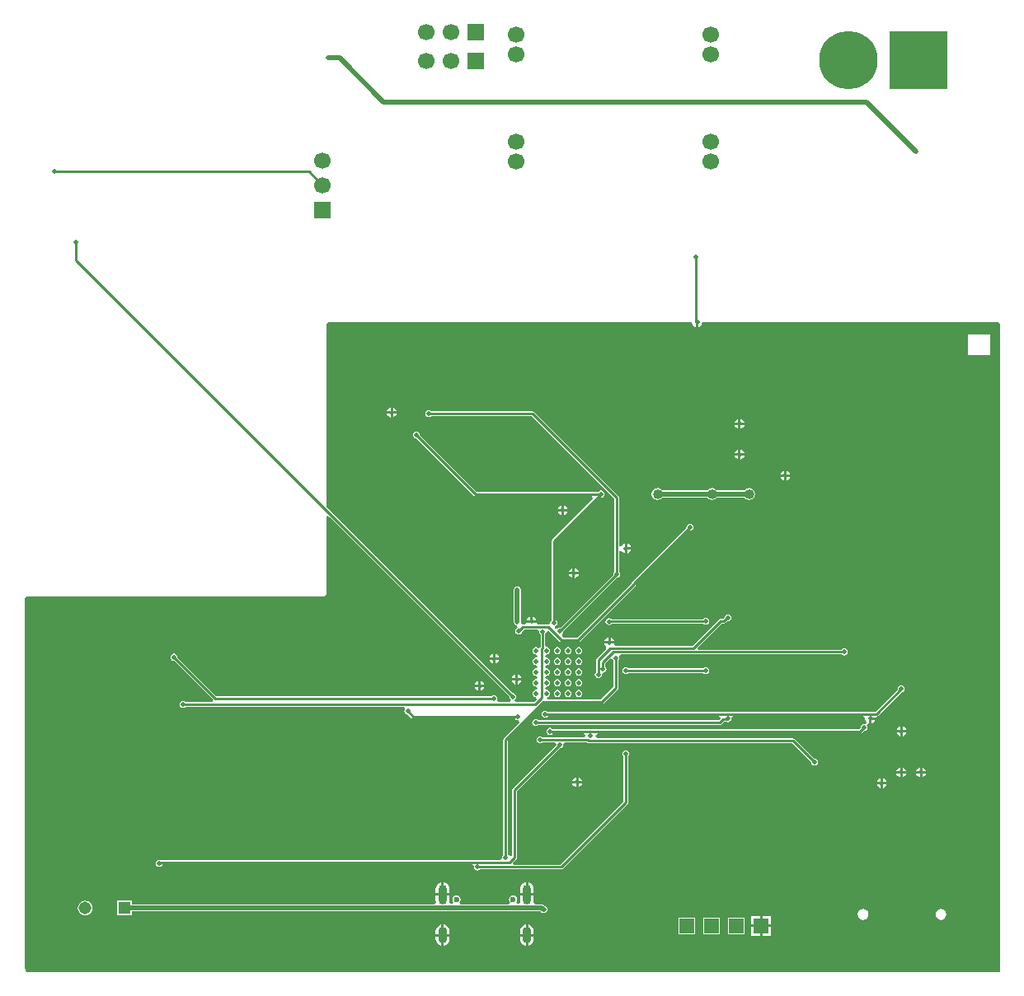
<source format=gbl>
G04*
G04 #@! TF.GenerationSoftware,Altium Limited,Altium Designer,25.0.2 (28)*
G04*
G04 Layer_Physical_Order=2*
G04 Layer_Color=16711680*
%FSLAX44Y44*%
%MOMM*%
G71*
G04*
G04 #@! TF.SameCoordinates,E8353DEC-B648-43D7-BF79-564EE0BAD765*
G04*
G04*
G04 #@! TF.FilePolarity,Positive*
G04*
G01*
G75*
%ADD14C,0.2540*%
%ADD105C,0.5080*%
%ADD110C,1.7000*%
%ADD111R,1.3080X1.3080*%
%ADD112C,1.3080*%
%ADD113R,1.5240X1.5240*%
%ADD114O,0.9000X1.7000*%
%ADD115O,0.9000X2.0000*%
%ADD116C,0.6000*%
%ADD117R,6.0000X6.0000*%
%ADD118C,6.0000*%
%ADD119R,1.7000X1.7000*%
%ADD120R,1.7000X1.7000*%
%ADD121C,0.5080*%
%ADD122C,1.0160*%
%ADD123C,0.5000*%
G36*
X1504400Y935801D02*
X1504758Y935443D01*
X1504953Y934977D01*
X1504954Y934724D01*
X1505207Y934723D01*
X1505674Y934528D01*
X1506031Y934170D01*
X1506224Y933703D01*
Y933450D01*
Y269240D01*
Y268987D01*
X1506030Y268518D01*
X1505672Y268160D01*
X1505203Y267966D01*
X507338D01*
X505361Y270256D01*
X505362Y270510D01*
X505362Y270510D01*
X504336Y272286D01*
X504210Y273154D01*
X504186Y273483D01*
Y273918D01*
Y652351D01*
X504757Y652785D01*
X506734Y654054D01*
Y654054D01*
X506734Y654054D01*
X812272D01*
X814022Y655804D01*
Y736383D01*
X816369Y737355D01*
X1002269Y551455D01*
X1002214Y551180D01*
X1002490Y549793D01*
X1003276Y548616D01*
X1003934Y548177D01*
X1003452Y545637D01*
X991098D01*
X989668Y547956D01*
X989664Y548177D01*
X989908Y549402D01*
X989632Y550789D01*
X988846Y551966D01*
X987670Y552752D01*
X986282Y553028D01*
X984894Y552752D01*
X983718Y551966D01*
X983563Y551733D01*
X701243D01*
X661431Y591545D01*
X661486Y591820D01*
X661210Y593208D01*
X660424Y594384D01*
X659248Y595170D01*
X657860Y595446D01*
X656472Y595170D01*
X655296Y594384D01*
X654510Y593208D01*
X654234Y591820D01*
X654510Y590433D01*
X655296Y589256D01*
X656472Y588470D01*
X657860Y588194D01*
X658135Y588249D01*
X698207Y548177D01*
X697820Y546532D01*
X697226Y545637D01*
X669771D01*
X669615Y545870D01*
X668439Y546656D01*
X667052Y546932D01*
X665664Y546656D01*
X664488Y545870D01*
X663702Y544693D01*
X663426Y543306D01*
X663702Y541918D01*
X664488Y540742D01*
X665664Y539956D01*
X667052Y539680D01*
X668439Y539956D01*
X669615Y540742D01*
X669771Y540975D01*
X894073D01*
X894743Y539790D01*
X895111Y538435D01*
X894540Y537581D01*
X894264Y536194D01*
X894540Y534807D01*
X895326Y533630D01*
X896503Y532844D01*
X897890Y532568D01*
X898165Y532623D01*
X901576Y529212D01*
X902332Y528707D01*
X903224Y528529D01*
X1008201D01*
X1008356Y528296D01*
X1009532Y527510D01*
X1010920Y527234D01*
X1011429Y527336D01*
X1012681Y524995D01*
X996572Y508886D01*
X996067Y508130D01*
X995889Y507238D01*
Y388545D01*
X995656Y388390D01*
X994870Y387214D01*
X994594Y385826D01*
X992788Y383331D01*
X644577D01*
X643685Y383153D01*
X643674Y383146D01*
X642620Y383356D01*
X641233Y383080D01*
X640056Y382294D01*
X639270Y381118D01*
X638994Y379730D01*
X639270Y378343D01*
X640056Y377166D01*
X641233Y376380D01*
X642620Y376104D01*
X644007Y376380D01*
X645184Y377166D01*
X645970Y378343D01*
X646035Y378669D01*
X964008D01*
X965814Y376174D01*
X966090Y374786D01*
X966876Y373610D01*
X968052Y372824D01*
X969440Y372548D01*
X970827Y372824D01*
X972003Y373610D01*
X972159Y373843D01*
X1055624D01*
X1056516Y374021D01*
X1057272Y374526D01*
X1123566Y440820D01*
X1124071Y441576D01*
X1124249Y442468D01*
Y490168D01*
X1124482Y490323D01*
X1125268Y491499D01*
X1125544Y492887D01*
X1125268Y494274D01*
X1124482Y495451D01*
X1123306Y496237D01*
X1121918Y496513D01*
X1120530Y496237D01*
X1119354Y495451D01*
X1118568Y494274D01*
X1118292Y492887D01*
X1118568Y491499D01*
X1119354Y490323D01*
X1119587Y490168D01*
Y443433D01*
X1054659Y378505D01*
X1006898D01*
X1005846Y381045D01*
X1009092Y384291D01*
X1009597Y385047D01*
X1009774Y385939D01*
Y454203D01*
X1053825Y498253D01*
X1054100Y498199D01*
X1055488Y498475D01*
X1056664Y499260D01*
X1057450Y500437D01*
X1057726Y501824D01*
X1057712Y501893D01*
X1059364Y504299D01*
X1059600Y504433D01*
X1081709D01*
X1081822Y504320D01*
X1082578Y503815D01*
X1083470Y503637D01*
X1292704D01*
X1312149Y484193D01*
X1312094Y483918D01*
X1312370Y482530D01*
X1313156Y481354D01*
X1314332Y480568D01*
X1315720Y480292D01*
X1317108Y480568D01*
X1318284Y481354D01*
X1319070Y482530D01*
X1319346Y483918D01*
X1319070Y485305D01*
X1318284Y486482D01*
X1317108Y487267D01*
X1315720Y487543D01*
X1315445Y487489D01*
X1295318Y507616D01*
X1294562Y508121D01*
X1293670Y508299D01*
X1092734D01*
X1090648Y510794D01*
X1092734Y513289D01*
X1362306D01*
X1363198Y513467D01*
X1363954Y513972D01*
X1366095Y516113D01*
X1366370Y516058D01*
X1367758Y516334D01*
X1368934Y517120D01*
X1369720Y518297D01*
X1369996Y519684D01*
X1369720Y521072D01*
X1369237Y521794D01*
X1370847Y523791D01*
X1370888Y523789D01*
X1371312Y523704D01*
X1371600Y523647D01*
Y528574D01*
X1372870D01*
Y529844D01*
X1378516D01*
X1378924Y530954D01*
X1379858Y531247D01*
X1380614Y531752D01*
X1404345Y555483D01*
X1404620Y555428D01*
X1406008Y555704D01*
X1407184Y556490D01*
X1407970Y557667D01*
X1408246Y559054D01*
X1407970Y560442D01*
X1407184Y561618D01*
X1406008Y562404D01*
X1404620Y562680D01*
X1403233Y562404D01*
X1402056Y561618D01*
X1401270Y560442D01*
X1400994Y559054D01*
X1401049Y558779D01*
X1378001Y535731D01*
X1041739D01*
X1041584Y535964D01*
X1040407Y536750D01*
X1039020Y537026D01*
X1037633Y536750D01*
X1036456Y535964D01*
X1035670Y534787D01*
X1035394Y533400D01*
X1035670Y532012D01*
X1036456Y530836D01*
X1037633Y530050D01*
X1039020Y529774D01*
X1040407Y530050D01*
X1041584Y530836D01*
X1041739Y531069D01*
X1217676D01*
X1218728Y528529D01*
X1217039Y526841D01*
X1031913D01*
X1031758Y527074D01*
X1030581Y527860D01*
X1029194Y528136D01*
X1027806Y527860D01*
X1026630Y527074D01*
X1025844Y525897D01*
X1025568Y524510D01*
X1025844Y523122D01*
X1026630Y521946D01*
X1027806Y521160D01*
X1029194Y520884D01*
X1030581Y521160D01*
X1031758Y521946D01*
X1031913Y522179D01*
X1218005D01*
X1218897Y522357D01*
X1219653Y522862D01*
X1222548Y525757D01*
X1224381D01*
X1225179Y525224D01*
X1226566Y524948D01*
X1227953Y525224D01*
X1229130Y526010D01*
X1229916Y527187D01*
X1230192Y528574D01*
X1231998Y531069D01*
X1365605D01*
X1367690Y528574D01*
X1368085Y526592D01*
X1369207Y524911D01*
X1367758Y523034D01*
X1366370Y523310D01*
X1364983Y523034D01*
X1363806Y522248D01*
X1363020Y521072D01*
X1362744Y519684D01*
X1360951Y517951D01*
X1046659D01*
X1046504Y518184D01*
X1045328Y518970D01*
X1043940Y519246D01*
X1042552Y518970D01*
X1041376Y518184D01*
X1040590Y517007D01*
X1040314Y515620D01*
X1040590Y514232D01*
X1041376Y513056D01*
X1042552Y512270D01*
X1043940Y511994D01*
X1045328Y512270D01*
X1046504Y513056D01*
X1046659Y513289D01*
X1078204D01*
X1079954Y511195D01*
X1078476Y509094D01*
X1036739D01*
X1036583Y509327D01*
X1035407Y510113D01*
X1034020Y510389D01*
X1032632Y510113D01*
X1031456Y509327D01*
X1030670Y508151D01*
X1030394Y506763D01*
X1030670Y505376D01*
X1031456Y504200D01*
X1032632Y503414D01*
X1034020Y503138D01*
X1035407Y503414D01*
X1036583Y504200D01*
X1036739Y504433D01*
X1048600D01*
X1048836Y504299D01*
X1050488Y501893D01*
X1050474Y501824D01*
X1050529Y501549D01*
X1005796Y456816D01*
X1005290Y456060D01*
X1005113Y455168D01*
Y388482D01*
X1004066Y387682D01*
X1003655Y387605D01*
X1000897Y388220D01*
X1000784Y388390D01*
X1000551Y388545D01*
Y506273D01*
X1038047Y543769D01*
X1097280D01*
X1098172Y543947D01*
X1098928Y544452D01*
X1113406Y558930D01*
X1113911Y559686D01*
X1114089Y560578D01*
Y588355D01*
X1114322Y588511D01*
X1115108Y589687D01*
X1115384Y591074D01*
X1115143Y592283D01*
X1115155Y592538D01*
X1116585Y594823D01*
X1343481D01*
X1343636Y594590D01*
X1344812Y593804D01*
X1346200Y593528D01*
X1347587Y593804D01*
X1348764Y594590D01*
X1349550Y595766D01*
X1349826Y597154D01*
X1349550Y598541D01*
X1348764Y599718D01*
X1347587Y600504D01*
X1346200Y600780D01*
X1344812Y600504D01*
X1343636Y599718D01*
X1343481Y599485D01*
X1196396D01*
X1195424Y601831D01*
X1220238Y626646D01*
X1222395D01*
X1223287Y626824D01*
X1224044Y627329D01*
X1225718Y629003D01*
X1226566Y628834D01*
X1227953Y629110D01*
X1229130Y629896D01*
X1229916Y631073D01*
X1230192Y632460D01*
X1229916Y633848D01*
X1229130Y635024D01*
X1227953Y635810D01*
X1226566Y636086D01*
X1225179Y635810D01*
X1224002Y635024D01*
X1223216Y633848D01*
X1223029Y632907D01*
X1221430Y631308D01*
X1219273D01*
X1218381Y631130D01*
X1217625Y630625D01*
X1190041Y603041D01*
X1111379D01*
X1110725Y603828D01*
X1109785Y605581D01*
X1109827Y605790D01*
X1099973D01*
X1100115Y605078D01*
X1101237Y603397D01*
X1101555Y600153D01*
X1091822Y590420D01*
X1091317Y589664D01*
X1091139Y588772D01*
Y576839D01*
X1090906Y576684D01*
X1090120Y575507D01*
X1089844Y574120D01*
X1090120Y572732D01*
X1090906Y571556D01*
X1092083Y570770D01*
X1093470Y570494D01*
X1094857Y570770D01*
X1096034Y571556D01*
X1096820Y572732D01*
X1097096Y574120D01*
X1098296Y575748D01*
X1099684Y576024D01*
X1100860Y576810D01*
X1101646Y577986D01*
X1101922Y579374D01*
X1101646Y580761D01*
X1100860Y581938D01*
X1100627Y582093D01*
Y585267D01*
X1105691Y590330D01*
X1108341Y589703D01*
X1108501Y589548D01*
X1109194Y588511D01*
X1109427Y588355D01*
Y561543D01*
X1096315Y548431D01*
X1041913D01*
X1040675Y549907D01*
X1041315Y551193D01*
X1041892Y551308D01*
X1043055Y552085D01*
X1043832Y553248D01*
X1044105Y554620D01*
X1043832Y555992D01*
X1043055Y557155D01*
X1041892Y557932D01*
X1040520Y558204D01*
X1038895Y560120D01*
X1040520Y562035D01*
X1041892Y562308D01*
X1043055Y563085D01*
X1043832Y564248D01*
X1044105Y565620D01*
X1043832Y566992D01*
X1043055Y568155D01*
X1041892Y568932D01*
X1040520Y569205D01*
X1038897Y571120D01*
X1040520Y573035D01*
X1041892Y573308D01*
X1043055Y574085D01*
X1043832Y575248D01*
X1044105Y576620D01*
X1043832Y577991D01*
X1043055Y579155D01*
X1041892Y579932D01*
X1040520Y580205D01*
X1038895Y582120D01*
X1040520Y584035D01*
X1041892Y584308D01*
X1043055Y585085D01*
X1043832Y586248D01*
X1044105Y587620D01*
X1043832Y588992D01*
X1043055Y590155D01*
X1041892Y590932D01*
X1040520Y591205D01*
X1038897Y593120D01*
X1040520Y595035D01*
X1041892Y595308D01*
X1043055Y596085D01*
X1043832Y597248D01*
X1044105Y598620D01*
X1043832Y599991D01*
X1043055Y601155D01*
X1041892Y601932D01*
X1040520Y602205D01*
X1038838Y604460D01*
Y615263D01*
X1039071Y615418D01*
X1039857Y616595D01*
X1040133Y617982D01*
X1042482Y619191D01*
X1053722Y607952D01*
X1054478Y607447D01*
X1055370Y607269D01*
X1072896D01*
X1073788Y607447D01*
X1074544Y607952D01*
X1131578Y664986D01*
X1132083Y665742D01*
X1132261Y666634D01*
Y666685D01*
X1187175Y721599D01*
X1187450Y721544D01*
X1188838Y721820D01*
X1190014Y722606D01*
X1190800Y723783D01*
X1191076Y725170D01*
X1190800Y726557D01*
X1190014Y727734D01*
X1188838Y728520D01*
X1187450Y728796D01*
X1186062Y728520D01*
X1184886Y727734D01*
X1184100Y726557D01*
X1183824Y725170D01*
X1183879Y724895D01*
X1128282Y669298D01*
X1127777Y668542D01*
X1127599Y667650D01*
Y667599D01*
X1071931Y611931D01*
X1057294D01*
X1056248Y613409D01*
X1056584Y616101D01*
X1057370Y617277D01*
X1057646Y618664D01*
X1057633Y618727D01*
X1112245Y673339D01*
X1112520Y673284D01*
X1113907Y673560D01*
X1115084Y674346D01*
X1115870Y675523D01*
X1116146Y676910D01*
X1115870Y678298D01*
X1115084Y679474D01*
X1114851Y679629D01*
Y700789D01*
X1115729Y701100D01*
X1117391Y701212D01*
X1118255Y699918D01*
X1119936Y698795D01*
X1120648Y698653D01*
Y703580D01*
Y708507D01*
X1119936Y708365D01*
X1118255Y707243D01*
X1117391Y705948D01*
X1115729Y706060D01*
X1114851Y706371D01*
Y755904D01*
X1114673Y756796D01*
X1114168Y757552D01*
X1028062Y843658D01*
X1027306Y844163D01*
X1026414Y844341D01*
X922199D01*
X922044Y844574D01*
X920867Y845360D01*
X919480Y845636D01*
X918092Y845360D01*
X916916Y844574D01*
X916130Y843398D01*
X915854Y842010D01*
X916130Y840622D01*
X916916Y839446D01*
X918092Y838660D01*
X919480Y838384D01*
X920867Y838660D01*
X922044Y839446D01*
X922199Y839679D01*
X1025449D01*
X1110189Y754939D01*
Y679629D01*
X1109956Y679474D01*
X1109170Y678298D01*
X1108894Y676910D01*
X1108949Y676635D01*
X1054507Y622193D01*
X1054020Y622290D01*
X1052633Y622014D01*
X1051457Y621228D01*
X1048791Y621023D01*
X1048658Y621129D01*
X1048977Y623438D01*
X1049137Y623776D01*
X1050314Y624562D01*
X1051100Y625738D01*
X1051376Y627126D01*
X1051100Y628513D01*
X1050314Y629690D01*
X1050081Y629845D01*
Y709981D01*
X1095989Y755889D01*
X1096264Y755834D01*
X1097652Y756110D01*
X1098828Y756896D01*
X1099614Y758073D01*
X1099890Y759460D01*
X1099614Y760847D01*
X1098828Y762024D01*
X1097652Y762810D01*
X1096264Y763086D01*
X1094876Y762810D01*
X1093700Y762024D01*
X1093545Y761791D01*
X968452D01*
X910097Y820145D01*
X910152Y820420D01*
X909876Y821807D01*
X909090Y822984D01*
X907914Y823770D01*
X906526Y824046D01*
X905138Y823770D01*
X903962Y822984D01*
X903176Y821807D01*
X902900Y820420D01*
X903176Y819033D01*
X903962Y817856D01*
X905138Y817070D01*
X906526Y816794D01*
X906801Y816849D01*
X965838Y757812D01*
X966594Y757307D01*
X967486Y757129D01*
X1087318D01*
X1088290Y754783D01*
X1046102Y712594D01*
X1045597Y711838D01*
X1045419Y710946D01*
Y629845D01*
X1045186Y629690D01*
X1044400Y628513D01*
X1044124Y627126D01*
X1044049Y626973D01*
X1042268Y625242D01*
X1041979Y625139D01*
X1031476D01*
X1030064Y627380D01*
X1019715D01*
X1018304Y625139D01*
X1016000D01*
X1015690Y625077D01*
X1014422Y626158D01*
X1014299Y626297D01*
X1013815Y627097D01*
X1014020Y628124D01*
Y661144D01*
X1013744Y662531D01*
X1012958Y663708D01*
X1011781Y664494D01*
X1010394Y664770D01*
X1009007Y664494D01*
X1007830Y663708D01*
X1007044Y662531D01*
X1006768Y661144D01*
Y628124D01*
X1007044Y626736D01*
X1007830Y625560D01*
X1009007Y624774D01*
X1010394Y624498D01*
X1010548Y622094D01*
X1009372Y621308D01*
X1008586Y620131D01*
X1008310Y618744D01*
X1008586Y617356D01*
X1009372Y616180D01*
X1010548Y615394D01*
X1011936Y615118D01*
X1013324Y615394D01*
X1014500Y616180D01*
X1015286Y617356D01*
X1015562Y618744D01*
X1017355Y620477D01*
X1031076D01*
X1032882Y617982D01*
X1033158Y616595D01*
X1033944Y615418D01*
X1034177Y615263D01*
Y602551D01*
X1033510Y601968D01*
X1032168Y601218D01*
X1030892Y601932D01*
X1029520Y602205D01*
X1028148Y601932D01*
X1026985Y601155D01*
X1026208Y599991D01*
X1025935Y598620D01*
X1026208Y597248D01*
X1026985Y596085D01*
X1028148Y595308D01*
X1029520Y595035D01*
X1031368Y593138D01*
Y593102D01*
X1029520Y591205D01*
X1028148Y590932D01*
X1026985Y590155D01*
X1026208Y588992D01*
X1025935Y587620D01*
X1026208Y586248D01*
X1026985Y585085D01*
X1028148Y584308D01*
X1029520Y584035D01*
X1031368Y582138D01*
Y582101D01*
X1029520Y580205D01*
X1028148Y579932D01*
X1026985Y579155D01*
X1026208Y577991D01*
X1025935Y576620D01*
X1026208Y575248D01*
X1026985Y574085D01*
X1028148Y573308D01*
X1029520Y573035D01*
X1031368Y571138D01*
Y571102D01*
X1029520Y569205D01*
X1028148Y568932D01*
X1026985Y568155D01*
X1026208Y566992D01*
X1025935Y565620D01*
X1026208Y564248D01*
X1026985Y563085D01*
X1028148Y562308D01*
X1029520Y562035D01*
X1031368Y560138D01*
Y560101D01*
X1029520Y558204D01*
X1028148Y557932D01*
X1026985Y557155D01*
X1026208Y555992D01*
X1025935Y554620D01*
X1026208Y553248D01*
X1026985Y552085D01*
X1028148Y551308D01*
X1029429Y551053D01*
X1029699Y550655D01*
X1030635Y548667D01*
X1027605Y545637D01*
X1008228D01*
X1007746Y548177D01*
X1008404Y548616D01*
X1009190Y549793D01*
X1009466Y551180D01*
X1009190Y552567D01*
X1008404Y553744D01*
X1007227Y554530D01*
X1005840Y554806D01*
X1005565Y554751D01*
X814022Y746294D01*
Y925151D01*
X814066Y925483D01*
Y934291D01*
X814637Y934725D01*
X816614Y935994D01*
Y935994D01*
X816614Y935994D01*
X1189887D01*
X1189891Y935990D01*
X1190285Y934008D01*
X1191407Y932327D01*
X1193088Y931205D01*
X1193800Y931063D01*
Y935990D01*
X1196340D01*
Y931063D01*
X1197052Y931205D01*
X1198733Y932327D01*
X1199855Y934008D01*
X1200249Y935990D01*
X1200253Y935994D01*
X1503933D01*
X1504400Y935801D01*
D02*
G37*
%LPC*%
G36*
X1495122Y923730D02*
X1474122D01*
X1473344Y923408D01*
X1473022Y922630D01*
Y903630D01*
X1473344Y902852D01*
X1474122Y902530D01*
X1495122D01*
X1495900Y902852D01*
X1496222Y903630D01*
Y922630D01*
X1495900Y923408D01*
X1495122Y923730D01*
D02*
G37*
G36*
X882650Y848207D02*
Y844550D01*
X886307D01*
X886165Y845262D01*
X885042Y846943D01*
X883362Y848065D01*
X882650Y848207D01*
D02*
G37*
G36*
X880110D02*
X879398Y848065D01*
X877718Y846943D01*
X876595Y845262D01*
X876453Y844550D01*
X880110D01*
Y848207D01*
D02*
G37*
G36*
X886307Y842010D02*
X882650D01*
Y838353D01*
X883362Y838495D01*
X885042Y839617D01*
X886165Y841298D01*
X886307Y842010D01*
D02*
G37*
G36*
X880110D02*
X876453D01*
X876595Y841298D01*
X877718Y839617D01*
X879398Y838495D01*
X880110Y838353D01*
Y842010D01*
D02*
G37*
G36*
X1239774Y836777D02*
Y833120D01*
X1243431D01*
X1243289Y833832D01*
X1242167Y835512D01*
X1240486Y836635D01*
X1239774Y836777D01*
D02*
G37*
G36*
X1237234D02*
X1236522Y836635D01*
X1234842Y835512D01*
X1233719Y833832D01*
X1233577Y833120D01*
X1237234D01*
Y836777D01*
D02*
G37*
G36*
X1243431Y830580D02*
X1239774D01*
Y826923D01*
X1240486Y827065D01*
X1242167Y828187D01*
X1243289Y829868D01*
X1243431Y830580D01*
D02*
G37*
G36*
X1237234D02*
X1233577D01*
X1233719Y829868D01*
X1234842Y828187D01*
X1236522Y827065D01*
X1237234Y826923D01*
Y830580D01*
D02*
G37*
G36*
X1239774Y805027D02*
Y801370D01*
X1243431D01*
X1243289Y802082D01*
X1242167Y803763D01*
X1240486Y804885D01*
X1239774Y805027D01*
D02*
G37*
G36*
X1237234D02*
X1236522Y804885D01*
X1234842Y803763D01*
X1233719Y802082D01*
X1233577Y801370D01*
X1237234D01*
Y805027D01*
D02*
G37*
G36*
X1243431Y798830D02*
X1239774D01*
Y795173D01*
X1240486Y795315D01*
X1242167Y796438D01*
X1243289Y798118D01*
X1243431Y798830D01*
D02*
G37*
G36*
X1237234D02*
X1233577D01*
X1233719Y798118D01*
X1234842Y796438D01*
X1236522Y795315D01*
X1237234Y795173D01*
Y798830D01*
D02*
G37*
G36*
X1286764Y783437D02*
Y779780D01*
X1290421D01*
X1290279Y780492D01*
X1289156Y782172D01*
X1287476Y783295D01*
X1286764Y783437D01*
D02*
G37*
G36*
X1284224D02*
X1283512Y783295D01*
X1281832Y782172D01*
X1280709Y780492D01*
X1280567Y779780D01*
X1284224D01*
Y783437D01*
D02*
G37*
G36*
X1290421Y777240D02*
X1286764D01*
Y773583D01*
X1287476Y773725D01*
X1289156Y774847D01*
X1290279Y776528D01*
X1290421Y777240D01*
D02*
G37*
G36*
X1284224D02*
X1280567D01*
X1280709Y776528D01*
X1281832Y774847D01*
X1283512Y773725D01*
X1284224Y773583D01*
Y777240D01*
D02*
G37*
G36*
X1248410Y765675D02*
X1246031Y765202D01*
X1244015Y763855D01*
X1243501Y763086D01*
X1215219D01*
X1214705Y763855D01*
X1212689Y765202D01*
X1210310Y765675D01*
X1207932Y765202D01*
X1205915Y763855D01*
X1205401Y763086D01*
X1159339D01*
X1158825Y763855D01*
X1156808Y765202D01*
X1154430Y765675D01*
X1152051Y765202D01*
X1150035Y763855D01*
X1148688Y761839D01*
X1148215Y759460D01*
X1148688Y757082D01*
X1150035Y755065D01*
X1152051Y753718D01*
X1154430Y753245D01*
X1156808Y753718D01*
X1158825Y755065D01*
X1159339Y755834D01*
X1205401D01*
X1205915Y755065D01*
X1207932Y753718D01*
X1210310Y753245D01*
X1212689Y753718D01*
X1214705Y755065D01*
X1215219Y755834D01*
X1243501D01*
X1244015Y755065D01*
X1246031Y753718D01*
X1248410Y753245D01*
X1250788Y753718D01*
X1252805Y755065D01*
X1254152Y757082D01*
X1254625Y759460D01*
X1254152Y761839D01*
X1252805Y763855D01*
X1250788Y765202D01*
X1248410Y765675D01*
D02*
G37*
G36*
X1058164Y747877D02*
Y744220D01*
X1061821D01*
X1061679Y744932D01*
X1060556Y746612D01*
X1058876Y747735D01*
X1058164Y747877D01*
D02*
G37*
G36*
X1055624D02*
X1054912Y747735D01*
X1053232Y746612D01*
X1052109Y744932D01*
X1051967Y744220D01*
X1055624D01*
Y747877D01*
D02*
G37*
G36*
X1061821Y741680D02*
X1058164D01*
Y738023D01*
X1058876Y738165D01*
X1060556Y739287D01*
X1061679Y740968D01*
X1061821Y741680D01*
D02*
G37*
G36*
X1055624D02*
X1051967D01*
X1052109Y740968D01*
X1053232Y739287D01*
X1054912Y738165D01*
X1055624Y738023D01*
Y741680D01*
D02*
G37*
G36*
X1123188Y708507D02*
Y704850D01*
X1126845D01*
X1126703Y705562D01*
X1125581Y707243D01*
X1123900Y708365D01*
X1123188Y708507D01*
D02*
G37*
G36*
X1126845Y702310D02*
X1123188D01*
Y698653D01*
X1123900Y698795D01*
X1125581Y699918D01*
X1126703Y701598D01*
X1126845Y702310D01*
D02*
G37*
G36*
X1069594Y683107D02*
Y679450D01*
X1073251D01*
X1073109Y680162D01*
X1071986Y681842D01*
X1070306Y682965D01*
X1069594Y683107D01*
D02*
G37*
G36*
X1067054D02*
X1066342Y682965D01*
X1064661Y681842D01*
X1063539Y680162D01*
X1063397Y679450D01*
X1067054D01*
Y683107D01*
D02*
G37*
G36*
X1073251Y676910D02*
X1069594D01*
Y673253D01*
X1070306Y673395D01*
X1071986Y674518D01*
X1073109Y676198D01*
X1073251Y676910D01*
D02*
G37*
G36*
X1067054D02*
X1063397D01*
X1063539Y676198D01*
X1064661Y674518D01*
X1066342Y673395D01*
X1067054Y673253D01*
Y676910D01*
D02*
G37*
G36*
X1203960Y632276D02*
X1202572Y632000D01*
X1201396Y631214D01*
X1201156Y630854D01*
X1107062D01*
X1106991Y630960D01*
X1105815Y631746D01*
X1104427Y632022D01*
X1103040Y631746D01*
X1101863Y630960D01*
X1101077Y629784D01*
X1100801Y628396D01*
X1101077Y627009D01*
X1101863Y625832D01*
X1103040Y625046D01*
X1104427Y624770D01*
X1105815Y625046D01*
X1106991Y625832D01*
X1107231Y626192D01*
X1201325D01*
X1201396Y626086D01*
X1202572Y625300D01*
X1203960Y625024D01*
X1205348Y625300D01*
X1206524Y626086D01*
X1207310Y627262D01*
X1207586Y628650D01*
X1207310Y630037D01*
X1206524Y631214D01*
X1205348Y632000D01*
X1203960Y632276D01*
D02*
G37*
G36*
X1026160Y633577D02*
Y629920D01*
X1029817D01*
X1029675Y630632D01*
X1028552Y632313D01*
X1026872Y633435D01*
X1026160Y633577D01*
D02*
G37*
G36*
X1023620D02*
X1022908Y633435D01*
X1021227Y632313D01*
X1020105Y630632D01*
X1019963Y629920D01*
X1023620D01*
Y633577D01*
D02*
G37*
G36*
X1106170Y611987D02*
Y608330D01*
X1109827D01*
X1109685Y609042D01*
X1108562Y610723D01*
X1106882Y611845D01*
X1106170Y611987D01*
D02*
G37*
G36*
X1103630D02*
X1102918Y611845D01*
X1101237Y610723D01*
X1100115Y609042D01*
X1099973Y608330D01*
X1103630D01*
Y611987D01*
D02*
G37*
G36*
X1073520Y602205D02*
X1072148Y601932D01*
X1070985Y601155D01*
X1070208Y599991D01*
X1069935Y598620D01*
X1070208Y597248D01*
X1070985Y596085D01*
X1072148Y595308D01*
X1073520Y595035D01*
X1074892Y595308D01*
X1076055Y596085D01*
X1076832Y597248D01*
X1077105Y598620D01*
X1076832Y599991D01*
X1076055Y601155D01*
X1074892Y601932D01*
X1073520Y602205D01*
D02*
G37*
G36*
X1062520D02*
X1061148Y601932D01*
X1059985Y601155D01*
X1059208Y599991D01*
X1058935Y598620D01*
X1059208Y597248D01*
X1059985Y596085D01*
X1061148Y595308D01*
X1062520Y595035D01*
X1063892Y595308D01*
X1065055Y596085D01*
X1065832Y597248D01*
X1066105Y598620D01*
X1065832Y599991D01*
X1065055Y601155D01*
X1063892Y601932D01*
X1062520Y602205D01*
D02*
G37*
G36*
X1051520D02*
X1050148Y601932D01*
X1048985Y601155D01*
X1048208Y599991D01*
X1047935Y598620D01*
X1048208Y597248D01*
X1048985Y596085D01*
X1050148Y595308D01*
X1051520Y595035D01*
X1052892Y595308D01*
X1054055Y596085D01*
X1054832Y597248D01*
X1055105Y598620D01*
X1054832Y599991D01*
X1054055Y601155D01*
X1052892Y601932D01*
X1051520Y602205D01*
D02*
G37*
G36*
X987950Y595112D02*
Y591455D01*
X991606D01*
X991465Y592168D01*
X990342Y593848D01*
X988662Y594971D01*
X987950Y595112D01*
D02*
G37*
G36*
X985409D02*
X984697Y594971D01*
X983017Y593848D01*
X981894Y592168D01*
X981753Y591455D01*
X985409D01*
Y595112D01*
D02*
G37*
G36*
X991606Y588915D02*
X987950D01*
Y585259D01*
X988662Y585400D01*
X990342Y586523D01*
X991465Y588203D01*
X991606Y588915D01*
D02*
G37*
G36*
X985409D02*
X981753D01*
X981894Y588203D01*
X983017Y586523D01*
X984697Y585400D01*
X985409Y585259D01*
Y588915D01*
D02*
G37*
G36*
X1073520Y591205D02*
X1072148Y590932D01*
X1070985Y590155D01*
X1070208Y588992D01*
X1069935Y587620D01*
X1070208Y586248D01*
X1070985Y585085D01*
X1072148Y584308D01*
X1073520Y584035D01*
X1074892Y584308D01*
X1076055Y585085D01*
X1076832Y586248D01*
X1077105Y587620D01*
X1076832Y588992D01*
X1076055Y590155D01*
X1074892Y590932D01*
X1073520Y591205D01*
D02*
G37*
G36*
X1062520D02*
X1061148Y590932D01*
X1059985Y590155D01*
X1059208Y588992D01*
X1058935Y587620D01*
X1059208Y586248D01*
X1059985Y585085D01*
X1061148Y584308D01*
X1062520Y584035D01*
X1063892Y584308D01*
X1065055Y585085D01*
X1065832Y586248D01*
X1066105Y587620D01*
X1065832Y588992D01*
X1065055Y590155D01*
X1063892Y590932D01*
X1062520Y591205D01*
D02*
G37*
G36*
X1051520D02*
X1050148Y590932D01*
X1048985Y590155D01*
X1048208Y588992D01*
X1047935Y587620D01*
X1048208Y586248D01*
X1048985Y585085D01*
X1050148Y584308D01*
X1051520Y584035D01*
X1052892Y584308D01*
X1054055Y585085D01*
X1054832Y586248D01*
X1055105Y587620D01*
X1054832Y588992D01*
X1054055Y590155D01*
X1052892Y590932D01*
X1051520Y591205D01*
D02*
G37*
G36*
X1121918Y581730D02*
X1120530Y581454D01*
X1119354Y580668D01*
X1118568Y579492D01*
X1118292Y578104D01*
X1118568Y576716D01*
X1119354Y575540D01*
X1120530Y574754D01*
X1121918Y574478D01*
X1123306Y574754D01*
X1124482Y575540D01*
X1124553Y575646D01*
X1201156D01*
X1201396Y575286D01*
X1202572Y574500D01*
X1203960Y574224D01*
X1205348Y574500D01*
X1206524Y575286D01*
X1207310Y576463D01*
X1207586Y577850D01*
X1207310Y579238D01*
X1206524Y580414D01*
X1205348Y581200D01*
X1203960Y581476D01*
X1202572Y581200D01*
X1201396Y580414D01*
X1201325Y580308D01*
X1124722D01*
X1124482Y580668D01*
X1123306Y581454D01*
X1121918Y581730D01*
D02*
G37*
G36*
X1073520Y580205D02*
X1072148Y579932D01*
X1070985Y579155D01*
X1070208Y577991D01*
X1069935Y576620D01*
X1070208Y575248D01*
X1070985Y574085D01*
X1072148Y573308D01*
X1073520Y573035D01*
X1074892Y573308D01*
X1076055Y574085D01*
X1076832Y575248D01*
X1077105Y576620D01*
X1076832Y577991D01*
X1076055Y579155D01*
X1074892Y579932D01*
X1073520Y580205D01*
D02*
G37*
G36*
X1062520D02*
X1061148Y579932D01*
X1059985Y579155D01*
X1059208Y577991D01*
X1058935Y576620D01*
X1059208Y575248D01*
X1059985Y574085D01*
X1061148Y573308D01*
X1062520Y573035D01*
X1063892Y573308D01*
X1065055Y574085D01*
X1065832Y575248D01*
X1066105Y576620D01*
X1065832Y577991D01*
X1065055Y579155D01*
X1063892Y579932D01*
X1062520Y580205D01*
D02*
G37*
G36*
X1051520D02*
X1050148Y579932D01*
X1048985Y579155D01*
X1048208Y577991D01*
X1047935Y576620D01*
X1048208Y575248D01*
X1048985Y574085D01*
X1050148Y573308D01*
X1051520Y573035D01*
X1052892Y573308D01*
X1054055Y574085D01*
X1054832Y575248D01*
X1055105Y576620D01*
X1054832Y577991D01*
X1054055Y579155D01*
X1052892Y579932D01*
X1051520Y580205D01*
D02*
G37*
G36*
X1010920Y573887D02*
Y570230D01*
X1014577D01*
X1014435Y570942D01*
X1013313Y572622D01*
X1011632Y573745D01*
X1010920Y573887D01*
D02*
G37*
G36*
X1008380D02*
X1007668Y573745D01*
X1005987Y572622D01*
X1004865Y570942D01*
X1004723Y570230D01*
X1008380D01*
Y573887D01*
D02*
G37*
G36*
X1014577Y567690D02*
X1010920D01*
Y564033D01*
X1011632Y564175D01*
X1013313Y565298D01*
X1014435Y566978D01*
X1014577Y567690D01*
D02*
G37*
G36*
X1008380D02*
X1004723D01*
X1004865Y566978D01*
X1005987Y565298D01*
X1007668Y564175D01*
X1008380Y564033D01*
Y567690D01*
D02*
G37*
G36*
X972779Y567195D02*
Y563539D01*
X976436D01*
X976295Y564251D01*
X975172Y565931D01*
X973492Y567054D01*
X972779Y567195D01*
D02*
G37*
G36*
X970239D02*
X969527Y567054D01*
X967847Y565931D01*
X966724Y564251D01*
X966583Y563539D01*
X970239D01*
Y567195D01*
D02*
G37*
G36*
X1073520Y569205D02*
X1072148Y568932D01*
X1070985Y568155D01*
X1070208Y566992D01*
X1069935Y565620D01*
X1070208Y564248D01*
X1070985Y563085D01*
X1072148Y562308D01*
X1073520Y562035D01*
X1074892Y562308D01*
X1076055Y563085D01*
X1076832Y564248D01*
X1077105Y565620D01*
X1076832Y566992D01*
X1076055Y568155D01*
X1074892Y568932D01*
X1073520Y569205D01*
D02*
G37*
G36*
X1062520D02*
X1061148Y568932D01*
X1059985Y568155D01*
X1059208Y566992D01*
X1058935Y565620D01*
X1059208Y564248D01*
X1059985Y563085D01*
X1061148Y562308D01*
X1062520Y562035D01*
X1063892Y562308D01*
X1065055Y563085D01*
X1065832Y564248D01*
X1066105Y565620D01*
X1065832Y566992D01*
X1065055Y568155D01*
X1063892Y568932D01*
X1062520Y569205D01*
D02*
G37*
G36*
X1051520D02*
X1050148Y568932D01*
X1048985Y568155D01*
X1048208Y566992D01*
X1047935Y565620D01*
X1048208Y564248D01*
X1048985Y563085D01*
X1050148Y562308D01*
X1051520Y562035D01*
X1052892Y562308D01*
X1054055Y563085D01*
X1054832Y564248D01*
X1055105Y565620D01*
X1054832Y566992D01*
X1054055Y568155D01*
X1052892Y568932D01*
X1051520Y569205D01*
D02*
G37*
G36*
X976436Y560998D02*
X972779D01*
Y557342D01*
X973492Y557483D01*
X975172Y558606D01*
X976295Y560286D01*
X976436Y560998D01*
D02*
G37*
G36*
X970239D02*
X966583D01*
X966724Y560286D01*
X967847Y558606D01*
X969527Y557483D01*
X970239Y557342D01*
Y560998D01*
D02*
G37*
G36*
X1073520Y558204D02*
X1072148Y557932D01*
X1070985Y557155D01*
X1070208Y555992D01*
X1069935Y554620D01*
X1070208Y553248D01*
X1070985Y552085D01*
X1072148Y551308D01*
X1073520Y551035D01*
X1074892Y551308D01*
X1076055Y552085D01*
X1076832Y553248D01*
X1077105Y554620D01*
X1076832Y555992D01*
X1076055Y557155D01*
X1074892Y557932D01*
X1073520Y558204D01*
D02*
G37*
G36*
X1062520D02*
X1061148Y557932D01*
X1059985Y557155D01*
X1059208Y555992D01*
X1058935Y554620D01*
X1059208Y553248D01*
X1059985Y552085D01*
X1061148Y551308D01*
X1062520Y551035D01*
X1063892Y551308D01*
X1065055Y552085D01*
X1065832Y553248D01*
X1066105Y554620D01*
X1065832Y555992D01*
X1065055Y557155D01*
X1063892Y557932D01*
X1062520Y558204D01*
D02*
G37*
G36*
X1051520D02*
X1050148Y557932D01*
X1048985Y557155D01*
X1048208Y555992D01*
X1047935Y554620D01*
X1048208Y553248D01*
X1048985Y552085D01*
X1050148Y551308D01*
X1051520Y551035D01*
X1052892Y551308D01*
X1054055Y552085D01*
X1054832Y553248D01*
X1055105Y554620D01*
X1054832Y555992D01*
X1054055Y557155D01*
X1052892Y557932D01*
X1051520Y558204D01*
D02*
G37*
G36*
X1377797Y527304D02*
X1374140D01*
Y523647D01*
X1374852Y523789D01*
X1376532Y524911D01*
X1377655Y526592D01*
X1377797Y527304D01*
D02*
G37*
G36*
X1406144Y520547D02*
Y516890D01*
X1409801D01*
X1409659Y517602D01*
X1408537Y519282D01*
X1406856Y520405D01*
X1406144Y520547D01*
D02*
G37*
G36*
X1403604D02*
X1402892Y520405D01*
X1401212Y519282D01*
X1400089Y517602D01*
X1399947Y516890D01*
X1403604D01*
Y520547D01*
D02*
G37*
G36*
X1409801Y514350D02*
X1406144D01*
Y510693D01*
X1406856Y510835D01*
X1408537Y511958D01*
X1409659Y513638D01*
X1409801Y514350D01*
D02*
G37*
G36*
X1403604D02*
X1399947D01*
X1400089Y513638D01*
X1401212Y511958D01*
X1402892Y510835D01*
X1403604Y510693D01*
Y514350D01*
D02*
G37*
G36*
X1426210Y478637D02*
Y474980D01*
X1429867D01*
X1429725Y475692D01*
X1428602Y477373D01*
X1426922Y478495D01*
X1426210Y478637D01*
D02*
G37*
G36*
X1423670D02*
X1422958Y478495D01*
X1421277Y477373D01*
X1420155Y475692D01*
X1420013Y474980D01*
X1423670D01*
Y478637D01*
D02*
G37*
G36*
X1405890D02*
Y474980D01*
X1409547D01*
X1409405Y475692D01*
X1408282Y477373D01*
X1406602Y478495D01*
X1405890Y478637D01*
D02*
G37*
G36*
X1403350D02*
X1402638Y478495D01*
X1400957Y477373D01*
X1399835Y475692D01*
X1399693Y474980D01*
X1403350D01*
Y478637D01*
D02*
G37*
G36*
X1429867Y472440D02*
X1426210D01*
Y468783D01*
X1426922Y468925D01*
X1428602Y470047D01*
X1429725Y471728D01*
X1429867Y472440D01*
D02*
G37*
G36*
X1423670D02*
X1420013D01*
X1420155Y471728D01*
X1421277Y470047D01*
X1422958Y468925D01*
X1423670Y468783D01*
Y472440D01*
D02*
G37*
G36*
X1409547D02*
X1405890D01*
Y468783D01*
X1406602Y468925D01*
X1408282Y470047D01*
X1409405Y471728D01*
X1409547Y472440D01*
D02*
G37*
G36*
X1403350D02*
X1399693D01*
X1399835Y471728D01*
X1400957Y470047D01*
X1402638Y468925D01*
X1403350Y468783D01*
Y472440D01*
D02*
G37*
G36*
X1073150Y468477D02*
Y464820D01*
X1076807D01*
X1076665Y465532D01*
X1075543Y467212D01*
X1073862Y468335D01*
X1073150Y468477D01*
D02*
G37*
G36*
X1070610D02*
X1069898Y468335D01*
X1068217Y467212D01*
X1067095Y465532D01*
X1066953Y464820D01*
X1070610D01*
Y468477D01*
D02*
G37*
G36*
X1385824Y467207D02*
Y463550D01*
X1389481D01*
X1389339Y464262D01*
X1388217Y465942D01*
X1386536Y467065D01*
X1385824Y467207D01*
D02*
G37*
G36*
X1383284D02*
X1382572Y467065D01*
X1380892Y465942D01*
X1379769Y464262D01*
X1379627Y463550D01*
X1383284D01*
Y467207D01*
D02*
G37*
G36*
X1076807Y462280D02*
X1073150D01*
Y458623D01*
X1073862Y458765D01*
X1075543Y459888D01*
X1076665Y461568D01*
X1076807Y462280D01*
D02*
G37*
G36*
X1070610D02*
X1066953D01*
X1067095Y461568D01*
X1068217Y459888D01*
X1069898Y458765D01*
X1070610Y458623D01*
Y462280D01*
D02*
G37*
G36*
X1389481Y461010D02*
X1385824D01*
Y457353D01*
X1386536Y457495D01*
X1388217Y458618D01*
X1389339Y460298D01*
X1389481Y461010D01*
D02*
G37*
G36*
X1383284D02*
X1379627D01*
X1379769Y460298D01*
X1380892Y458618D01*
X1382572Y457495D01*
X1383284Y457353D01*
Y461010D01*
D02*
G37*
G36*
X1021460Y360234D02*
Y349070D01*
X1027291D01*
Y353300D01*
X1027049Y355138D01*
X1026339Y356851D01*
X1025211Y358321D01*
X1023740Y359450D01*
X1022028Y360159D01*
X1021460Y360234D01*
D02*
G37*
G36*
X934960D02*
Y349070D01*
X940790D01*
Y353300D01*
X940549Y355138D01*
X939839Y356851D01*
X938711Y358321D01*
X937240Y359450D01*
X935528Y360159D01*
X934960Y360234D01*
D02*
G37*
G36*
X1018920D02*
X1018352Y360159D01*
X1016640Y359450D01*
X1015169Y358321D01*
X1014041Y356851D01*
X1013331Y355138D01*
X1013089Y353300D01*
Y349070D01*
X1018920D01*
Y360234D01*
D02*
G37*
G36*
X932420D02*
X931852Y360159D01*
X930139Y359450D01*
X928669Y358321D01*
X927540Y356851D01*
X926831Y355138D01*
X926589Y353300D01*
Y349070D01*
X932420D01*
Y360234D01*
D02*
G37*
G36*
X1020190Y347800D02*
D01*
Y346530D01*
X1013089D01*
Y342300D01*
X1013331Y340462D01*
X1013450Y340176D01*
X1012102Y338054D01*
X1010006Y338126D01*
X1009040Y340460D01*
X1009623Y341333D01*
X1009935Y342900D01*
X1009623Y344467D01*
X1008735Y345795D01*
X1007407Y346683D01*
X1005840Y346995D01*
X1004273Y346683D01*
X1002945Y345795D01*
X1002057Y344467D01*
X1001745Y342900D01*
X1002057Y341333D01*
X1002830Y340176D01*
X1002632Y339284D01*
X1001918Y337636D01*
X951962D01*
X951248Y339284D01*
X951049Y340176D01*
X951823Y341333D01*
X952134Y342900D01*
X951823Y344467D01*
X950935Y345795D01*
X949607Y346683D01*
X948040Y346995D01*
X946473Y346683D01*
X945144Y345795D01*
X944257Y344467D01*
X943945Y342900D01*
X944257Y341333D01*
X944840Y340460D01*
X943873Y338126D01*
X941778Y338054D01*
X940430Y340176D01*
X940549Y340462D01*
X940790Y342300D01*
Y346530D01*
X933690D01*
X926589D01*
Y342300D01*
X926831Y340462D01*
X926950Y340176D01*
X925336Y337636D01*
X614296D01*
Y341566D01*
X599184D01*
Y326454D01*
X614296D01*
Y330384D01*
X1034131D01*
X1034339Y330176D01*
X1034339Y330176D01*
X1035515Y329390D01*
X1036903Y329114D01*
X1036903Y329114D01*
X1037590D01*
X1038978Y329390D01*
X1040154Y330176D01*
X1040940Y331353D01*
X1041216Y332740D01*
X1040940Y334128D01*
X1040154Y335304D01*
X1038978Y336090D01*
X1038607Y336163D01*
X1038196Y336574D01*
X1037020Y337360D01*
X1035633Y337636D01*
X1035632Y337636D01*
X1028544D01*
X1026930Y340176D01*
X1027049Y340462D01*
X1027291Y342300D01*
Y346530D01*
X1020190D01*
Y347800D01*
D02*
G37*
G36*
X566740Y341631D02*
X564767Y341371D01*
X562929Y340610D01*
X561351Y339399D01*
X560140Y337821D01*
X559379Y335983D01*
X559119Y334010D01*
X559379Y332038D01*
X560140Y330199D01*
X561351Y328621D01*
X562929Y327410D01*
X564767Y326648D01*
X566740Y326389D01*
X568713Y326648D01*
X570551Y327410D01*
X572129Y328621D01*
X573340Y330199D01*
X574101Y332038D01*
X574361Y334010D01*
X574101Y335983D01*
X573340Y337821D01*
X572129Y339399D01*
X570551Y340610D01*
X568713Y341371D01*
X566740Y341631D01*
D02*
G37*
G36*
X1445460Y333084D02*
X1443308Y332656D01*
X1441483Y331437D01*
X1440264Y329612D01*
X1439836Y327460D01*
X1440264Y325308D01*
X1441483Y323483D01*
X1443308Y322264D01*
X1445460Y321836D01*
X1447612Y322264D01*
X1449437Y323483D01*
X1450656Y325308D01*
X1451084Y327460D01*
X1450656Y329612D01*
X1449437Y331437D01*
X1447612Y332656D01*
X1445460Y333084D01*
D02*
G37*
G36*
X1365460D02*
X1363308Y332656D01*
X1361483Y331437D01*
X1360264Y329612D01*
X1359836Y327460D01*
X1360264Y325308D01*
X1361483Y323483D01*
X1363308Y322264D01*
X1365460Y321836D01*
X1367613Y322264D01*
X1369437Y323483D01*
X1370656Y325308D01*
X1371084Y327460D01*
X1370656Y329612D01*
X1369437Y331437D01*
X1367613Y332656D01*
X1365460Y333084D01*
D02*
G37*
G36*
X1270810Y325810D02*
X1261920D01*
Y316920D01*
X1270810D01*
Y325810D01*
D02*
G37*
G36*
X1259380D02*
X1250490D01*
Y316920D01*
X1259380D01*
Y325810D01*
D02*
G37*
G36*
X1021460Y317034D02*
Y307370D01*
X1027291D01*
Y310100D01*
X1027049Y311938D01*
X1026339Y313650D01*
X1025211Y315121D01*
X1023740Y316249D01*
X1022028Y316959D01*
X1021460Y317034D01*
D02*
G37*
G36*
X934960D02*
Y307370D01*
X940790D01*
Y310100D01*
X940549Y311938D01*
X939839Y313650D01*
X938711Y315121D01*
X937240Y316249D01*
X935528Y316959D01*
X934960Y317034D01*
D02*
G37*
G36*
X1018920D02*
X1018352Y316959D01*
X1016640Y316249D01*
X1015169Y315121D01*
X1014041Y313650D01*
X1013331Y311938D01*
X1013089Y310100D01*
Y307370D01*
X1018920D01*
Y317034D01*
D02*
G37*
G36*
X932420D02*
X931852Y316959D01*
X930139Y316249D01*
X928669Y315121D01*
X927540Y313650D01*
X926831Y311938D01*
X926589Y310100D01*
Y307370D01*
X932420D01*
Y317034D01*
D02*
G37*
G36*
X1243886Y324286D02*
X1226614D01*
Y307014D01*
X1243886D01*
Y324286D01*
D02*
G37*
G36*
X1218518Y324254D02*
X1201246D01*
Y306982D01*
X1218518D01*
Y324254D01*
D02*
G37*
G36*
X1193118D02*
X1175846D01*
Y306982D01*
X1193118D01*
Y324254D01*
D02*
G37*
G36*
X1270810Y314380D02*
X1261920D01*
Y305490D01*
X1270810D01*
Y314380D01*
D02*
G37*
G36*
X1259380D02*
X1250490D01*
Y305490D01*
X1259380D01*
Y314380D01*
D02*
G37*
G36*
X1027291Y304830D02*
X1021460D01*
Y295166D01*
X1022028Y295241D01*
X1023740Y295951D01*
X1025211Y297079D01*
X1026339Y298550D01*
X1027049Y300262D01*
X1027291Y302100D01*
Y304830D01*
D02*
G37*
G36*
X940790D02*
X934960D01*
Y295166D01*
X935528Y295241D01*
X937240Y295951D01*
X938711Y297079D01*
X939839Y298550D01*
X940549Y300262D01*
X940790Y302100D01*
Y304830D01*
D02*
G37*
G36*
X1018920D02*
X1013089D01*
Y302100D01*
X1013331Y300262D01*
X1014041Y298550D01*
X1015169Y297079D01*
X1016640Y295951D01*
X1018352Y295241D01*
X1018920Y295166D01*
Y304830D01*
D02*
G37*
G36*
X932420D02*
X926589D01*
Y302100D01*
X926831Y300262D01*
X927540Y298550D01*
X928669Y297079D01*
X930139Y295951D01*
X931852Y295241D01*
X932420Y295166D01*
Y304830D01*
D02*
G37*
%LPD*%
D14*
X1194054Y937693D02*
X1195070Y936677D01*
Y935990D02*
Y936677D01*
X1194054Y937693D02*
Y1003300D01*
X557082Y999938D02*
X1005840Y551180D01*
X557082Y999938D02*
Y1018346D01*
X1112520Y676910D02*
Y755904D01*
X1054020Y618664D02*
X1054274D01*
X1112520Y676910D01*
X1026414Y842010D02*
X1112520Y755904D01*
X1109218Y597154D02*
X1346200D01*
X1121918Y578104D02*
X1122045Y577977D01*
X1203833D01*
X1203960Y577850D01*
X1226080Y528088D02*
X1226566Y528574D01*
X1219273Y628977D02*
X1222395D01*
X1191006Y600710D02*
X1219273Y628977D01*
X1221583Y528088D02*
X1226080D01*
X1225879Y632460D02*
X1226566D01*
X1218005Y524510D02*
X1221583Y528088D01*
X1222395Y628977D02*
X1225879Y632460D01*
X1029194Y524510D02*
X1218005D01*
X1129930Y666634D02*
Y667650D01*
X1187450Y725170D01*
X1072896Y609600D02*
X1129930Y666634D01*
X535432Y1090930D02*
X796290D01*
X810260Y1076960D01*
X969440Y376174D02*
X1055624D01*
X919480Y842010D02*
X1026414D01*
X700278Y549402D02*
X986282D01*
X657860Y591820D02*
X700278Y549402D01*
X897890Y536194D02*
X903224Y530860D01*
X1010920D01*
X1293670Y505968D02*
X1315720Y483918D01*
X1083470Y505968D02*
X1293670D01*
X1034020Y506763D02*
X1082674D01*
X1043940Y515620D02*
X1362306D01*
X1082674Y506763D02*
X1083470Y505968D01*
X1362306Y515620D02*
X1366370Y519684D01*
X1039020Y533400D02*
X1378966D01*
X1404620Y559054D01*
X1203833Y628523D02*
X1203960Y628650D01*
X1104427Y628396D02*
X1104554Y628523D01*
X1203833D01*
X1105408Y600710D02*
X1191006D01*
X667052Y543306D02*
X1028570D01*
X1035050Y549786D01*
Y599918D01*
X1036508Y601375D01*
X1011936Y618744D02*
X1016000Y622808D01*
X642620Y379730D02*
X643307D01*
X644577Y381000D02*
X1002505D01*
X643307Y379730D02*
X644577Y381000D01*
X1055624Y376174D02*
X1121918Y442468D01*
X1002505Y381000D02*
X1007444Y385939D01*
X998220Y385826D02*
Y507238D01*
X1007444Y385939D02*
Y455168D01*
X998220Y507238D02*
X1037082Y546100D01*
X1007444Y455168D02*
X1054100Y501824D01*
X1121918Y442468D02*
Y492887D01*
X906526Y820420D02*
X967486Y759460D01*
X1042162Y622808D02*
X1055370Y609600D01*
X1016000Y622808D02*
X1042162D01*
X1036508Y601375D02*
Y617982D01*
X1093470Y574120D02*
Y588772D01*
X1105408Y600710D01*
X1055370Y609600D02*
X1072896D01*
X1111758Y560578D02*
Y591074D01*
X1097280Y546100D02*
X1111758Y560578D01*
X1037082Y546100D02*
X1097280D01*
X967486Y759460D02*
X1096264D01*
X1047750Y627126D02*
Y710946D01*
X1096264Y759460D01*
X1098296Y579374D02*
Y586232D01*
X1109218Y597154D01*
D105*
X827890Y1207920D02*
X873252Y1162558D01*
X816277Y1207920D02*
X827890D01*
X873252Y1162558D02*
X1369060D01*
X1210310Y759460D02*
X1248410D01*
X1154430D02*
X1210310D01*
X1010394Y628124D02*
Y661144D01*
X606740Y334010D02*
X1035633D01*
X1036903Y332740D01*
X1037590D01*
X1369060Y1162558D02*
X1419860Y1111758D01*
D110*
X1009040Y1121410D02*
D03*
Y1101410D02*
D03*
Y1231410D02*
D03*
Y1211410D02*
D03*
X1209040Y1231410D02*
D03*
Y1211410D02*
D03*
Y1121410D02*
D03*
Y1101410D02*
D03*
X942160Y1204190D02*
D03*
X916760D02*
D03*
X942160Y1234190D02*
D03*
X916760D02*
D03*
X810260Y1076960D02*
D03*
Y1102360D02*
D03*
D111*
X606740Y334010D02*
D03*
D112*
X566740D02*
D03*
D113*
X1235250Y315650D02*
D03*
D03*
X1184482Y315618D02*
D03*
D03*
X1209882D02*
D03*
X1260650Y315650D02*
D03*
D114*
X1020190Y306100D02*
D03*
X933690D02*
D03*
D115*
X1020190Y347800D02*
D03*
X933690D02*
D03*
D116*
X1005840Y342900D02*
D03*
X948040D02*
D03*
D117*
X1422400Y1205230D02*
D03*
D118*
X1350400D02*
D03*
D119*
X967560Y1204190D02*
D03*
Y1234190D02*
D03*
D120*
X810260Y1051560D02*
D03*
D121*
X986680Y590186D02*
D03*
X971509Y562268D02*
D03*
X816277Y1207920D02*
D03*
X557082Y1018346D02*
D03*
X1112520Y676910D02*
D03*
X1346200Y597154D02*
D03*
X1203960Y577850D02*
D03*
X1226566Y632460D02*
D03*
Y528574D02*
D03*
X1187450Y725170D02*
D03*
X1195070Y935990D02*
D03*
X969440Y376174D02*
D03*
X657860Y591820D02*
D03*
X1005840Y551180D02*
D03*
X1010920Y530860D02*
D03*
X1029194Y524510D02*
D03*
X1085469Y510794D02*
D03*
X1043940Y515620D02*
D03*
X1372870Y528574D02*
D03*
X1039020Y533400D02*
D03*
X1121918Y578104D02*
D03*
X1203960Y628650D02*
D03*
X1010394Y661144D02*
D03*
Y628124D02*
D03*
X667052Y543306D02*
D03*
X897890Y536194D02*
D03*
X1011936Y618744D02*
D03*
X1104900Y607060D02*
D03*
X1071880Y463550D02*
D03*
X642620Y379730D02*
D03*
X998220Y385826D02*
D03*
X906526Y820420D02*
D03*
X1056894Y742950D02*
D03*
X1121918Y703580D02*
D03*
Y492887D02*
D03*
X1404620Y559054D02*
D03*
X881380Y843280D02*
D03*
X1068324Y678180D02*
D03*
X919480Y842010D02*
D03*
X1024890Y628650D02*
D03*
X1404620Y473710D02*
D03*
X1285494Y778510D02*
D03*
X1009650Y568960D02*
D03*
X986282Y549402D02*
D03*
X1404874Y515620D02*
D03*
X1424940Y473710D02*
D03*
X1384554Y462280D02*
D03*
X1036508Y617982D02*
D03*
X1194054Y1003300D02*
D03*
X1238504Y831850D02*
D03*
Y800100D02*
D03*
X1037590Y332740D02*
D03*
X1419860Y1111758D02*
D03*
X1366370Y519684D02*
D03*
X1034020Y506763D02*
D03*
X1315720Y483918D02*
D03*
X1093470Y574120D02*
D03*
X1111758Y591074D02*
D03*
X1054020Y618664D02*
D03*
X1096264Y759460D02*
D03*
X535432Y1090930D02*
D03*
X1047750Y627126D02*
D03*
X1104427Y628396D02*
D03*
X1098296Y579374D02*
D03*
X1054100Y501824D02*
D03*
D122*
X1248410Y759460D02*
D03*
X1210310D02*
D03*
X1154430D02*
D03*
D123*
X1029520Y598620D02*
D03*
X1040520D02*
D03*
X1051520D02*
D03*
X1062520D02*
D03*
X1073520D02*
D03*
X1029520Y587620D02*
D03*
X1040520D02*
D03*
X1051520D02*
D03*
X1062520D02*
D03*
X1073520D02*
D03*
X1029520Y576620D02*
D03*
X1040520D02*
D03*
X1051520D02*
D03*
X1062520D02*
D03*
X1073520D02*
D03*
X1029520Y565620D02*
D03*
X1040520D02*
D03*
X1051520D02*
D03*
X1062520D02*
D03*
X1073520D02*
D03*
X1029520Y554620D02*
D03*
X1040520D02*
D03*
X1051520D02*
D03*
X1062520D02*
D03*
X1073520D02*
D03*
M02*

</source>
